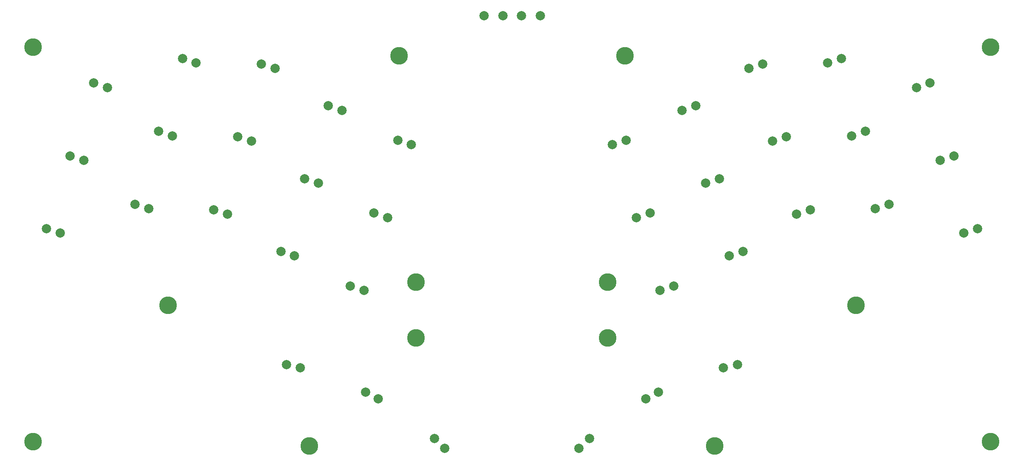
<source format=gbr>
%TF.GenerationSoftware,KiCad,Pcbnew,9.0.6*%
%TF.CreationDate,2025-12-06T20:50:46-05:00*%
%TF.ProjectId,frameortho,6672616d-656f-4727-9468-6f2e6b696361,rev?*%
%TF.SameCoordinates,Original*%
%TF.FileFunction,Soldermask,Bot*%
%TF.FilePolarity,Negative*%
%FSLAX46Y46*%
G04 Gerber Fmt 4.6, Leading zero omitted, Abs format (unit mm)*
G04 Created by KiCad (PCBNEW 9.0.6) date 2025-12-06 20:50:46*
%MOMM*%
%LPD*%
G01*
G04 APERTURE LIST*
%ADD10C,2.000000*%
%ADD11C,2.600000*%
%ADD12C,3.800000*%
G04 APERTURE END LIST*
D10*
%TO.C,S3*%
X158316022Y-93584191D03*
X161264298Y-94542144D03*
%TD*%
%TO.C,S13*%
X153203827Y-109276631D03*
X156152103Y-110234584D03*
%TD*%
%TO.C,S12*%
X136233346Y-108114338D03*
X139181622Y-109072291D03*
%TD*%
%TO.C,S11*%
X117166854Y-113385940D03*
X120115130Y-114343893D03*
%TD*%
%TO.C,S15*%
X182543814Y-125724392D03*
X185492090Y-126682345D03*
%TD*%
%TO.C,S10*%
X299245756Y-98651469D03*
X302194032Y-97693516D03*
%TD*%
D11*
%TO.C,H4*%
X236556331Y-91807292D03*
D12*
X236556331Y-91807292D03*
%TD*%
D10*
%TO.C,S31*%
X163703643Y-158364205D03*
X166724190Y-159061553D03*
%TD*%
%TO.C,S26*%
X244093203Y-142374786D03*
X247041479Y-141416833D03*
%TD*%
%TO.C,S18*%
X268320978Y-110234584D03*
X271269254Y-109276631D03*
%TD*%
D11*
%TO.C,H3*%
X232855135Y-152631429D03*
D12*
X232855135Y-152631429D03*
%TD*%
D10*
%TO.C,S35*%
X240986931Y-165710411D03*
X243724068Y-164255049D03*
%TD*%
%TO.C,S17*%
X253906594Y-119243089D03*
X256854870Y-118285136D03*
%TD*%
%TO.C,S4*%
X172730406Y-102592696D03*
X175678682Y-103550649D03*
%TD*%
%TO.C,S23*%
X148091632Y-124969055D03*
X151039908Y-125927008D03*
%TD*%
%TO.C,S34*%
X226674100Y-176388382D03*
X228941297Y-174274187D03*
%TD*%
%TO.C,S7*%
X248794399Y-103550649D03*
X251742675Y-102592696D03*
%TD*%
%TO.C,S20*%
X304357951Y-114343893D03*
X307306227Y-113385940D03*
%TD*%
%TO.C,S25*%
X177431619Y-141416833D03*
X180379895Y-142374786D03*
%TD*%
D11*
%TO.C,H6*%
X109236540Y-175000000D03*
D12*
X109236540Y-175000000D03*
%TD*%
D11*
%TO.C,H11*%
X191617963Y-140631429D03*
D12*
X191617963Y-140631429D03*
%TD*%
D10*
%TO.C,S30*%
X309470146Y-130036333D03*
X312418422Y-129078380D03*
%TD*%
D11*
%TO.C,H13*%
X109236540Y-90000002D03*
D12*
X109236540Y-90000002D03*
%TD*%
D10*
%TO.C,S2*%
X141345541Y-92421898D03*
X144293817Y-93379851D03*
%TD*%
%TO.C,S32*%
X180749029Y-164255049D03*
X183486166Y-165710411D03*
%TD*%
%TO.C,S16*%
X238981007Y-126682345D03*
X241929283Y-125724392D03*
%TD*%
%TO.C,S22*%
X131121151Y-123806762D03*
X134069427Y-124764715D03*
%TD*%
D11*
%TO.C,H2*%
X187916750Y-91807292D03*
D12*
X187916750Y-91807292D03*
%TD*%
D11*
%TO.C,H5*%
X138273081Y-145548579D03*
D12*
X138273081Y-145548579D03*
%TD*%
D11*
%TO.C,H12*%
X232855135Y-140631429D03*
D12*
X232855135Y-140631429D03*
%TD*%
D10*
%TO.C,S27*%
X259018806Y-134935513D03*
X261967082Y-133977560D03*
%TD*%
%TO.C,S24*%
X162506016Y-133977560D03*
X165454292Y-134935513D03*
%TD*%
%TO.C,S6*%
X233868796Y-110989904D03*
X236817072Y-110031951D03*
%TD*%
%TO.C,S8*%
X263208783Y-94542144D03*
X266157059Y-93584191D03*
%TD*%
D11*
%TO.C,H9*%
X315236540Y-175000000D03*
D12*
X315236540Y-175000000D03*
%TD*%
D10*
%TO.C,S9*%
X280179264Y-93379851D03*
X283127540Y-92421898D03*
%TD*%
D11*
%TO.C,H5*%
X286200000Y-145548579D03*
D12*
X286200000Y-145548579D03*
%TD*%
D11*
%TO.C,H8*%
X255821512Y-175921749D03*
D12*
X255821512Y-175921749D03*
%TD*%
D10*
%TO.C,S28*%
X273433189Y-125927008D03*
X276381465Y-124969055D03*
%TD*%
%TO.C,S14*%
X167618211Y-118285136D03*
X170566487Y-119243089D03*
%TD*%
D11*
%TO.C,H7*%
X168651585Y-175921749D03*
D12*
X168651585Y-175921749D03*
%TD*%
D10*
%TO.C,S5*%
X187656009Y-110031951D03*
X190604285Y-110989904D03*
%TD*%
%TO.C,S33*%
X195531784Y-174274187D03*
X197798981Y-176388382D03*
%TD*%
D11*
%TO.C,H10*%
X315236540Y-90000000D03*
D12*
X315236540Y-90000000D03*
%TD*%
D10*
%TO.C,S29*%
X290403670Y-124764715D03*
X293351946Y-123806762D03*
%TD*%
%TO.C,S21*%
X112054659Y-129078380D03*
X115002935Y-130036333D03*
%TD*%
%TO.C,S1*%
X122279065Y-97693516D03*
X125227341Y-98651469D03*
%TD*%
%TO.C,S36*%
X257748891Y-159061553D03*
X260769438Y-158364205D03*
%TD*%
D11*
%TO.C,H1*%
X191617963Y-152631429D03*
D12*
X191617963Y-152631429D03*
%TD*%
D10*
%TO.C,S19*%
X285291475Y-109072291D03*
X288239751Y-108114338D03*
%TD*%
%TO.C,TP20*%
X206224799Y-83190000D03*
%TD*%
%TO.C,TP18*%
X210261601Y-83180000D03*
%TD*%
%TO.C,TP17*%
X218374798Y-83190000D03*
%TD*%
%TO.C,TP19*%
X214311602Y-83180000D03*
%TD*%
M02*

</source>
